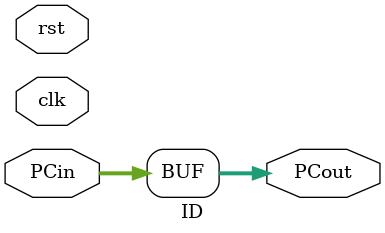
<source format=v>
module ID (clk, rst, PCin, PCout);
input clk;
input rst;
input [31:0] PCin;
output [31:0] PCout;

	assign PCout = PCin;

endmodule

</source>
